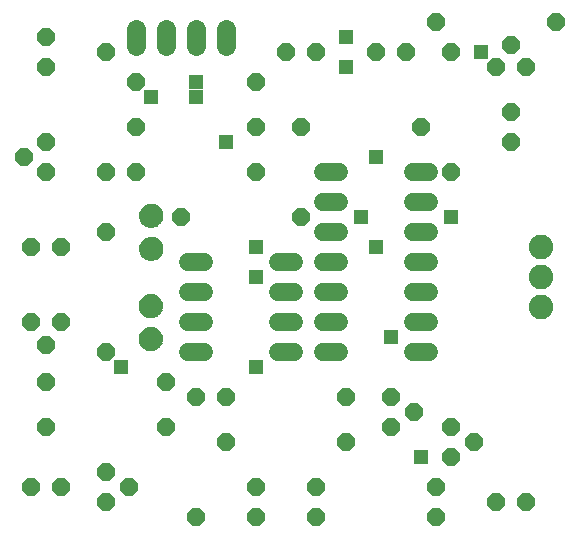
<source format=gbs>
G75*
%MOIN*%
%OFA0B0*%
%FSLAX25Y25*%
%IPPOS*%
%LPD*%
%AMOC8*
5,1,8,0,0,1.08239X$1,22.5*
%
%ADD10OC8,0.06000*%
%ADD11C,0.06400*%
%ADD12C,0.06000*%
%ADD13C,0.08200*%
%ADD14C,0.00500*%
%ADD15R,0.04762X0.04762*%
D10*
X0035433Y0040433D03*
X0045433Y0040433D03*
X0060433Y0035433D03*
X0067933Y0040433D03*
X0060433Y0045433D03*
X0040433Y0060433D03*
X0040433Y0075433D03*
X0040433Y0087933D03*
X0035433Y0095433D03*
X0045433Y0095433D03*
X0060433Y0085433D03*
X0080433Y0075433D03*
X0090433Y0070433D03*
X0100433Y0070433D03*
X0100433Y0055433D03*
X0110433Y0040433D03*
X0110433Y0030433D03*
X0090433Y0030433D03*
X0080433Y0060433D03*
X0130433Y0040433D03*
X0130433Y0030433D03*
X0140433Y0055433D03*
X0155433Y0060433D03*
X0162933Y0065433D03*
X0155433Y0070433D03*
X0140433Y0070433D03*
X0170433Y0040433D03*
X0170433Y0030433D03*
X0190433Y0035433D03*
X0200433Y0035433D03*
X0182933Y0055433D03*
X0175433Y0050433D03*
X0175433Y0060433D03*
X0125433Y0130433D03*
X0110433Y0145433D03*
X0110433Y0160433D03*
X0125433Y0160433D03*
X0110433Y0175433D03*
X0120433Y0185433D03*
X0130433Y0185433D03*
X0150433Y0185433D03*
X0160433Y0185433D03*
X0170433Y0195433D03*
X0175433Y0185433D03*
X0190433Y0180433D03*
X0195433Y0187933D03*
X0200433Y0180433D03*
X0195433Y0165433D03*
X0195433Y0155433D03*
X0175433Y0145433D03*
X0165433Y0160433D03*
X0210433Y0195433D03*
X0085433Y0130433D03*
X0070433Y0145433D03*
X0060433Y0145433D03*
X0070433Y0160433D03*
X0070433Y0175433D03*
X0060433Y0185433D03*
X0040433Y0180433D03*
X0040433Y0190433D03*
X0040433Y0155433D03*
X0032933Y0150433D03*
X0040433Y0145433D03*
X0060433Y0125433D03*
X0045433Y0120433D03*
X0035433Y0120433D03*
D11*
X0070433Y0187633D02*
X0070433Y0193233D01*
X0080433Y0193233D02*
X0080433Y0187633D01*
X0090433Y0187633D02*
X0090433Y0193233D01*
X0100433Y0193233D02*
X0100433Y0187633D01*
D12*
X0132833Y0145433D02*
X0138033Y0145433D01*
X0138033Y0135433D02*
X0132833Y0135433D01*
X0132833Y0125433D02*
X0138033Y0125433D01*
X0138033Y0115433D02*
X0132833Y0115433D01*
X0123033Y0115433D02*
X0117833Y0115433D01*
X0117833Y0105433D02*
X0123033Y0105433D01*
X0132833Y0105433D02*
X0138033Y0105433D01*
X0138033Y0095433D02*
X0132833Y0095433D01*
X0123033Y0095433D02*
X0117833Y0095433D01*
X0117833Y0085433D02*
X0123033Y0085433D01*
X0132833Y0085433D02*
X0138033Y0085433D01*
X0162833Y0085433D02*
X0168033Y0085433D01*
X0168033Y0095433D02*
X0162833Y0095433D01*
X0162833Y0105433D02*
X0168033Y0105433D01*
X0168033Y0115433D02*
X0162833Y0115433D01*
X0162833Y0125433D02*
X0168033Y0125433D01*
X0168033Y0135433D02*
X0162833Y0135433D01*
X0162833Y0145433D02*
X0168033Y0145433D01*
X0093033Y0115433D02*
X0087833Y0115433D01*
X0087833Y0105433D02*
X0093033Y0105433D01*
X0093033Y0095433D02*
X0087833Y0095433D01*
X0087833Y0085433D02*
X0093033Y0085433D01*
D13*
X0205433Y0100433D03*
X0205433Y0110433D03*
X0205433Y0120433D03*
D14*
X0079203Y0119943D02*
X0079136Y0119285D01*
X0078956Y0118648D01*
X0078667Y0118053D01*
X0078280Y0117516D01*
X0077805Y0117055D01*
X0077258Y0116684D01*
X0076654Y0116413D01*
X0076013Y0116251D01*
X0075353Y0116203D01*
X0074634Y0116282D01*
X0073944Y0116499D01*
X0073309Y0116847D01*
X0072755Y0117312D01*
X0072302Y0117876D01*
X0071968Y0118518D01*
X0071766Y0119212D01*
X0071703Y0119933D01*
X0071764Y0120658D01*
X0071966Y0121357D01*
X0072301Y0122003D01*
X0072754Y0122571D01*
X0073310Y0123040D01*
X0073947Y0123391D01*
X0074640Y0123612D01*
X0075363Y0123693D01*
X0076023Y0123643D01*
X0076664Y0123479D01*
X0077267Y0123207D01*
X0077813Y0122834D01*
X0078286Y0122372D01*
X0078672Y0121835D01*
X0078959Y0121238D01*
X0079138Y0120601D01*
X0079203Y0119943D01*
X0079184Y0120135D02*
X0071720Y0120135D01*
X0071729Y0119637D02*
X0079172Y0119637D01*
X0079095Y0119138D02*
X0071787Y0119138D01*
X0071933Y0118640D02*
X0078952Y0118640D01*
X0078710Y0118141D02*
X0072164Y0118141D01*
X0072489Y0117643D02*
X0078371Y0117643D01*
X0077897Y0117144D02*
X0072955Y0117144D01*
X0073676Y0116646D02*
X0077173Y0116646D01*
X0079129Y0120634D02*
X0071762Y0120634D01*
X0071902Y0121132D02*
X0078989Y0121132D01*
X0078770Y0121631D02*
X0072108Y0121631D01*
X0072402Y0122130D02*
X0078460Y0122130D01*
X0078024Y0122628D02*
X0072822Y0122628D01*
X0073467Y0123127D02*
X0077385Y0123127D01*
X0076093Y0123625D02*
X0074760Y0123625D01*
X0075353Y0127223D02*
X0074634Y0127302D01*
X0073944Y0127519D01*
X0073309Y0127867D01*
X0072755Y0128332D01*
X0072302Y0128896D01*
X0071968Y0129538D01*
X0071766Y0130233D01*
X0071703Y0130953D01*
X0071764Y0131678D01*
X0071966Y0132377D01*
X0072301Y0133023D01*
X0072754Y0133591D01*
X0073310Y0134060D01*
X0073947Y0134411D01*
X0074640Y0134632D01*
X0075363Y0134713D01*
X0076023Y0134663D01*
X0076664Y0134499D01*
X0077267Y0134227D01*
X0077813Y0133854D01*
X0078286Y0133392D01*
X0078672Y0132855D01*
X0078959Y0132258D01*
X0079138Y0131621D01*
X0079203Y0130963D01*
X0079136Y0130305D01*
X0078956Y0129668D01*
X0078667Y0129073D01*
X0078280Y0128536D01*
X0077805Y0128075D01*
X0077258Y0127704D01*
X0076654Y0127433D01*
X0076013Y0127271D01*
X0075353Y0127223D01*
X0073772Y0127613D02*
X0077056Y0127613D01*
X0077843Y0128112D02*
X0073018Y0128112D01*
X0072532Y0128610D02*
X0078333Y0128610D01*
X0078685Y0129109D02*
X0072192Y0129109D01*
X0071948Y0129607D02*
X0078926Y0129607D01*
X0079080Y0130106D02*
X0071803Y0130106D01*
X0071733Y0130604D02*
X0079167Y0130604D01*
X0079189Y0131103D02*
X0071716Y0131103D01*
X0071758Y0131601D02*
X0079140Y0131601D01*
X0079004Y0132100D02*
X0071886Y0132100D01*
X0072081Y0132598D02*
X0078796Y0132598D01*
X0078498Y0133097D02*
X0072360Y0133097D01*
X0072759Y0133595D02*
X0078078Y0133595D01*
X0077462Y0134094D02*
X0073372Y0134094D01*
X0074516Y0134592D02*
X0076300Y0134592D01*
X0075514Y0104664D02*
X0076233Y0104585D01*
X0076923Y0104367D01*
X0077557Y0104020D01*
X0078111Y0103555D01*
X0078564Y0102990D01*
X0078898Y0102349D01*
X0079101Y0101654D01*
X0079164Y0100933D01*
X0079102Y0100209D01*
X0078900Y0099510D01*
X0078566Y0098864D01*
X0078112Y0098295D01*
X0077556Y0097827D01*
X0076919Y0097475D01*
X0076226Y0097255D01*
X0075503Y0097174D01*
X0074844Y0097223D01*
X0074203Y0097387D01*
X0073600Y0097659D01*
X0073053Y0098032D01*
X0072580Y0098495D01*
X0072194Y0099032D01*
X0071907Y0099628D01*
X0071729Y0100265D01*
X0071663Y0100923D01*
X0071730Y0101582D01*
X0071911Y0102218D01*
X0072199Y0102814D01*
X0072586Y0103350D01*
X0073061Y0103811D01*
X0073609Y0104183D01*
X0073610Y0104183D02*
X0077259Y0104183D01*
X0077956Y0103685D02*
X0072931Y0103685D01*
X0072468Y0103186D02*
X0078407Y0103186D01*
X0078722Y0102688D02*
X0072138Y0102688D01*
X0071903Y0102189D02*
X0078945Y0102189D01*
X0079090Y0101691D02*
X0071761Y0101691D01*
X0071691Y0101192D02*
X0079141Y0101192D01*
X0079143Y0100694D02*
X0071686Y0100694D01*
X0071748Y0100195D02*
X0079098Y0100195D01*
X0078954Y0099697D02*
X0071888Y0099697D01*
X0072114Y0099198D02*
X0078739Y0099198D01*
X0078435Y0098699D02*
X0072433Y0098699D01*
X0072881Y0098201D02*
X0078000Y0098201D01*
X0077331Y0097702D02*
X0073537Y0097702D01*
X0075103Y0097204D02*
X0075773Y0097204D01*
X0075514Y0093643D02*
X0076233Y0093565D01*
X0076923Y0093347D01*
X0077557Y0092999D01*
X0078111Y0092534D01*
X0078564Y0091970D01*
X0078898Y0091328D01*
X0079101Y0090634D01*
X0079164Y0089913D01*
X0079102Y0089188D01*
X0078900Y0088490D01*
X0078566Y0087844D01*
X0078112Y0087275D01*
X0077556Y0086806D01*
X0076919Y0086455D01*
X0076226Y0086235D01*
X0075503Y0086154D01*
X0074844Y0086203D01*
X0074203Y0086367D01*
X0073600Y0086639D01*
X0073053Y0087012D01*
X0072580Y0087474D01*
X0072194Y0088012D01*
X0071907Y0088608D01*
X0071729Y0089245D01*
X0071663Y0089903D01*
X0071730Y0090561D01*
X0071911Y0091198D01*
X0072199Y0091794D01*
X0072586Y0092330D01*
X0073061Y0092791D01*
X0073609Y0093163D01*
X0074212Y0093433D01*
X0074854Y0093595D01*
X0075514Y0093643D01*
X0077163Y0093216D02*
X0073727Y0093216D01*
X0072985Y0092717D02*
X0077893Y0092717D01*
X0078365Y0092219D02*
X0072506Y0092219D01*
X0072164Y0091720D02*
X0078694Y0091720D01*
X0078929Y0091222D02*
X0071922Y0091222D01*
X0071776Y0090723D02*
X0079075Y0090723D01*
X0079136Y0090225D02*
X0071696Y0090225D01*
X0071681Y0089726D02*
X0079148Y0089726D01*
X0079105Y0089228D02*
X0071733Y0089228D01*
X0071873Y0088729D02*
X0078969Y0088729D01*
X0078766Y0088231D02*
X0072089Y0088231D01*
X0072395Y0087732D02*
X0078477Y0087732D01*
X0078063Y0087234D02*
X0072827Y0087234D01*
X0073459Y0086735D02*
X0077427Y0086735D01*
X0076233Y0086237D02*
X0074713Y0086237D01*
X0073609Y0104183D02*
X0074212Y0104453D01*
X0074854Y0104615D01*
X0075514Y0104664D01*
D15*
X0065433Y0080433D03*
X0110433Y0080433D03*
X0110433Y0110433D03*
X0110433Y0120433D03*
X0145433Y0130433D03*
X0150433Y0120433D03*
X0175433Y0130433D03*
X0150433Y0150433D03*
X0140433Y0180433D03*
X0140433Y0190433D03*
X0100433Y0155433D03*
X0090433Y0170433D03*
X0090433Y0175433D03*
X0075433Y0170433D03*
X0155433Y0090433D03*
X0165433Y0050433D03*
X0185433Y0185433D03*
M02*

</source>
